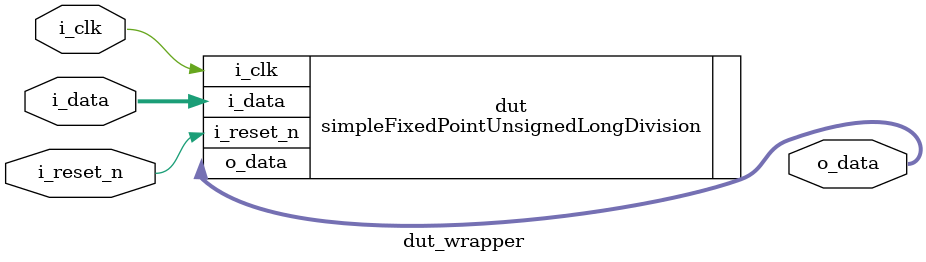
<source format=sv>
`timescale 1ps/1ps

module dut_wrapper(
    input wire i_clk,
    input wire i_reset_n,
    input wire [7:0] i_data,
    output wire [7:0] o_data
);

simpleFixedPointUnsignedLongDivision dut (
    .i_clk(i_clk),
    .i_reset_n(i_reset_n),
    .i_data(i_data),
    .o_data(o_data)
);

endmodule
</source>
